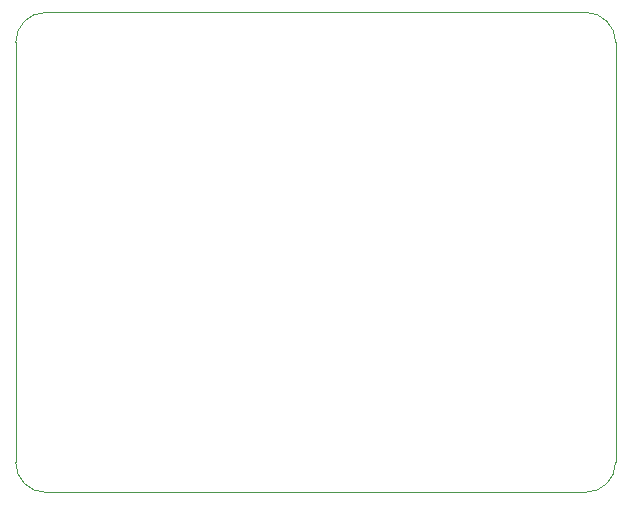
<source format=gbr>
%TF.GenerationSoftware,KiCad,Pcbnew,(6.0.10)*%
%TF.CreationDate,2023-01-20T13:23:36+09:00*%
%TF.ProjectId,PCB_Colour_Pallette,5043425f-436f-46c6-9f75-725f50616c6c,rev?*%
%TF.SameCoordinates,Original*%
%TF.FileFunction,Profile,NP*%
%FSLAX46Y46*%
G04 Gerber Fmt 4.6, Leading zero omitted, Abs format (unit mm)*
G04 Created by KiCad (PCBNEW (6.0.10)) date 2023-01-20 13:23:36*
%MOMM*%
%LPD*%
G01*
G04 APERTURE LIST*
%TA.AperFunction,Profile*%
%ADD10C,0.100000*%
%TD*%
G04 APERTURE END LIST*
D10*
X83820000Y-27940000D02*
X83820000Y-63500000D01*
X33020000Y-63500000D02*
X33020000Y-27940000D01*
X83820000Y-27940000D02*
G75*
G03*
X81280000Y-25400000I-2540000J0D01*
G01*
X81280000Y-66040000D02*
G75*
G03*
X83820000Y-63500000I0J2540000D01*
G01*
X35560000Y-25400000D02*
X81280000Y-25400000D01*
X33020000Y-63500000D02*
G75*
G03*
X35560000Y-66040000I2540000J0D01*
G01*
X81280000Y-66040000D02*
X35560000Y-66040000D01*
X35560000Y-25400000D02*
G75*
G03*
X33020000Y-27940000I0J-2540000D01*
G01*
M02*

</source>
